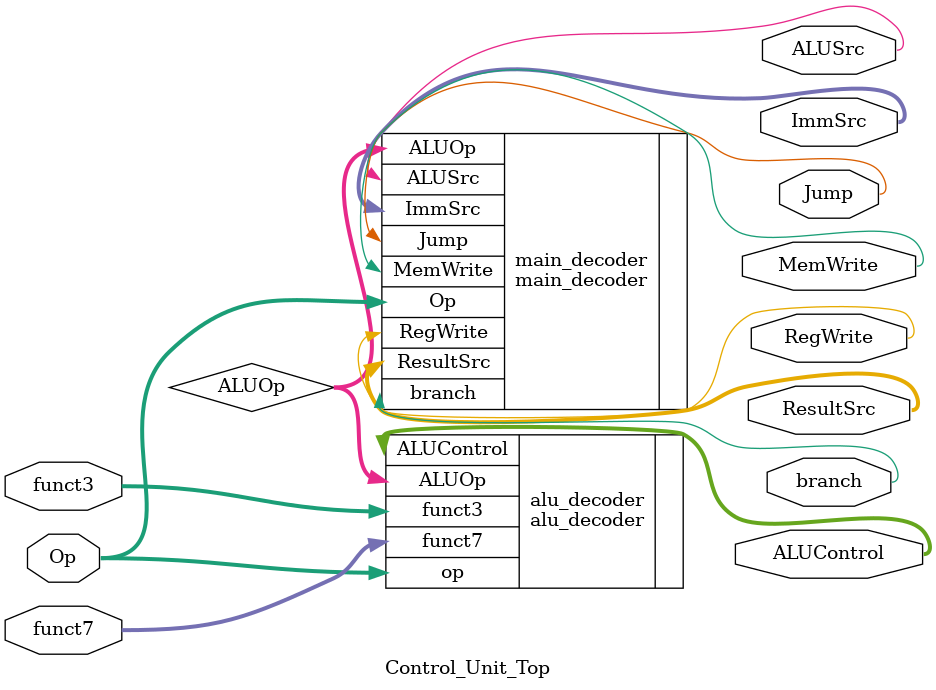
<source format=v>
`include "alu_decoder.v"
`include "main_decoder.v"
module Control_Unit_Top(Op,funct7,funct3,RegWrite,ALUSrc,MemWrite,ResultSrc,ImmSrc,ALUControl,branch,Jump);

    input [6:0]Op,funct7;
    input [2:0]funct3;
    output  Jump;
    output ALUSrc,MemWrite,RegWrite,branch;
    output [1:0]ImmSrc,  ResultSrc;
    output [2:0]ALUControl;

    wire [1:0]ALUOp;

    main_decoder main_decoder(
                .Op(Op),
                .RegWrite(RegWrite),
                .ImmSrc(ImmSrc),
                .MemWrite(MemWrite),
                .ResultSrc(ResultSrc),
                .ALUSrc(ALUSrc),
                .ALUOp(ALUOp),
                .branch(branch),
                .Jump(Jump)
    );

    alu_decoder alu_decoder(
                            .ALUOp(ALUOp),
                            .funct3(funct3),
                            .funct7(funct7),
                            .op(Op),
                            .ALUControl(ALUControl)
    );


endmodule
</source>
